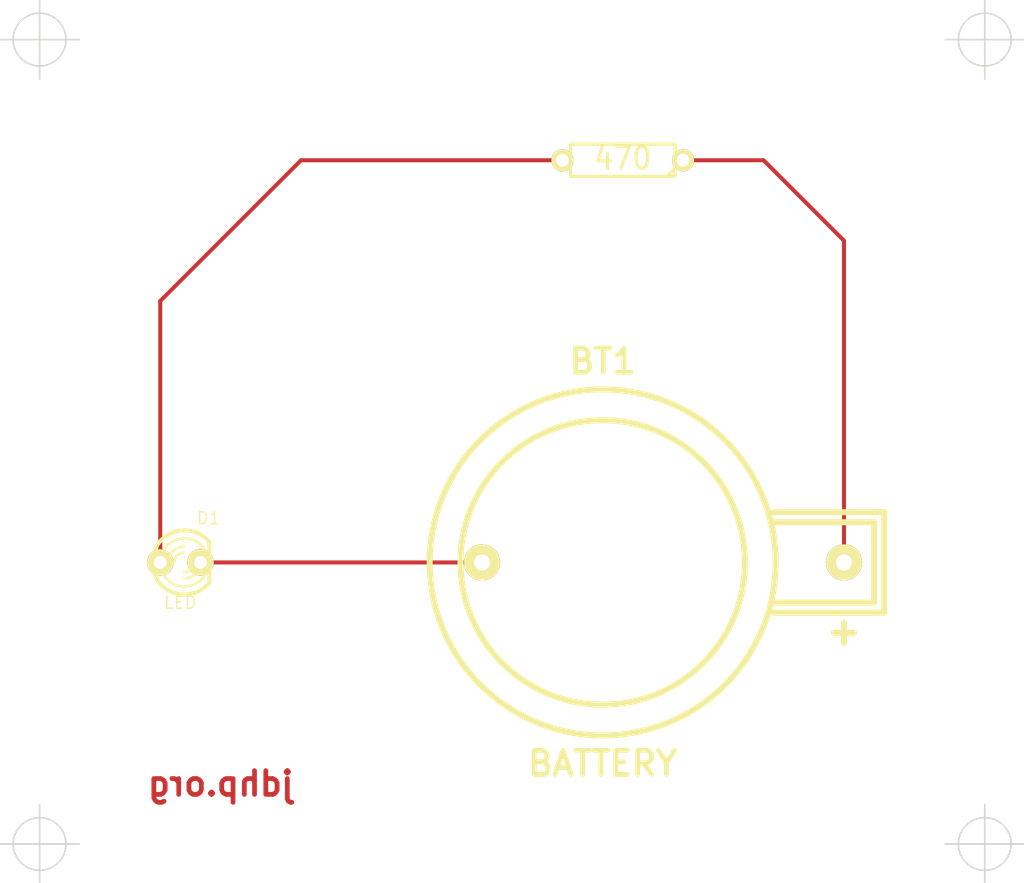
<source format=kicad_pcb>
(kicad_pcb (version 3) (host pcbnew "(22-Jun-2014 BZR 4027)-stable")

  (general
    (links 3)
    (no_connects 0)
    (area 33.06 19.09 97.75 74.89)
    (thickness 1.6)
    (drawings 5)
    (tracks 7)
    (zones 0)
    (modules 3)
    (nets 4)
  )

  (page A3)
  (layers
    (15 F.Cu signal)
    (0 B.Cu signal)
    (16 B.Adhes user)
    (17 F.Adhes user)
    (18 B.Paste user)
    (19 F.Paste user)
    (20 B.SilkS user)
    (21 F.SilkS user)
    (22 B.Mask user)
    (23 F.Mask user)
    (24 Dwgs.User user)
    (25 Cmts.User user)
    (26 Eco1.User user)
    (27 Eco2.User user)
    (28 Edge.Cuts user)
  )

  (setup
    (last_trace_width 0.254)
    (trace_clearance 0.254)
    (zone_clearance 0.508)
    (zone_45_only no)
    (trace_min 0.254)
    (segment_width 0.2)
    (edge_width 0.1)
    (via_size 0.889)
    (via_drill 0.635)
    (via_min_size 0.889)
    (via_min_drill 0.508)
    (uvia_size 0.508)
    (uvia_drill 0.127)
    (uvias_allowed no)
    (uvia_min_size 0.508)
    (uvia_min_drill 0.127)
    (pcb_text_width 0.3)
    (pcb_text_size 1.5 1.5)
    (mod_edge_width 0.15)
    (mod_text_size 1 1)
    (mod_text_width 0.15)
    (pad_size 1.5 1.5)
    (pad_drill 0.6)
    (pad_to_mask_clearance 0)
    (aux_axis_origin 0 0)
    (visible_elements FFFFFFBF)
    (pcbplotparams
      (layerselection 3178497)
      (usegerberextensions false)
      (excludeedgelayer true)
      (linewidth 0.150000)
      (plotframeref false)
      (viasonmask false)
      (mode 1)
      (useauxorigin false)
      (hpglpennumber 1)
      (hpglpenspeed 20)
      (hpglpendiameter 15)
      (hpglpenoverlay 2)
      (psnegative false)
      (psa4output false)
      (plotreference true)
      (plotvalue true)
      (plotothertext true)
      (plotinvisibletext false)
      (padsonsilk false)
      (subtractmaskfromsilk false)
      (outputformat 5)
      (mirror false)
      (drillshape 0)
      (scaleselection 1)
      (outputdirectory ""))
  )

  (net 0 "")
  (net 1 +BATT)
  (net 2 GND)
  (net 3 N-000003)

  (net_class Default "Ceci est la Netclass par défaut"
    (clearance 0.254)
    (trace_width 0.254)
    (via_dia 0.889)
    (via_drill 0.635)
    (uvia_dia 0.508)
    (uvia_drill 0.127)
    (add_net "")
    (add_net +BATT)
    (add_net GND)
    (add_net N-000003)
  )

  (module R3 (layer F.Cu) (tedit 4E4C0E65) (tstamp 542DB94E)
    (at 72.39 29.21 180)
    (descr "Resitance 3 pas")
    (tags R)
    (path /542DAB83)
    (autoplace_cost180 10)
    (fp_text reference R1 (at 0 0.127 180) (layer F.SilkS) hide
      (effects (font (size 1.397 1.27) (thickness 0.2032)))
    )
    (fp_text value 470 (at 0 0.127 180) (layer F.SilkS)
      (effects (font (size 1.397 1.27) (thickness 0.2032)))
    )
    (fp_line (start -3.81 0) (end -3.302 0) (layer F.SilkS) (width 0.2032))
    (fp_line (start 3.81 0) (end 3.302 0) (layer F.SilkS) (width 0.2032))
    (fp_line (start 3.302 0) (end 3.302 -1.016) (layer F.SilkS) (width 0.2032))
    (fp_line (start 3.302 -1.016) (end -3.302 -1.016) (layer F.SilkS) (width 0.2032))
    (fp_line (start -3.302 -1.016) (end -3.302 1.016) (layer F.SilkS) (width 0.2032))
    (fp_line (start -3.302 1.016) (end 3.302 1.016) (layer F.SilkS) (width 0.2032))
    (fp_line (start 3.302 1.016) (end 3.302 0) (layer F.SilkS) (width 0.2032))
    (fp_line (start -3.302 -0.508) (end -2.794 -1.016) (layer F.SilkS) (width 0.2032))
    (pad 1 thru_hole circle (at -3.81 0 180) (size 1.397 1.397) (drill 0.8128)
      (layers *.Cu *.Mask F.SilkS)
      (net 1 +BATT)
    )
    (pad 2 thru_hole circle (at 3.81 0 180) (size 1.397 1.397) (drill 0.8128)
      (layers *.Cu *.Mask F.SilkS)
      (net 3 N-000003)
    )
    (model discret/resistor.wrl
      (at (xyz 0 0 0))
      (scale (xyz 0.3 0.3 0.3))
      (rotate (xyz 0 0 0))
    )
  )

  (module LED-3MM (layer F.Cu) (tedit 50ADE848) (tstamp 542DB8AC)
    (at 44.45 54.61)
    (descr "LED 3mm - Lead pitch 100mil (2,54mm)")
    (tags "LED led 3mm 3MM 100mil 2,54mm")
    (path /542DAB95)
    (fp_text reference D1 (at 1.778 -2.794) (layer F.SilkS)
      (effects (font (size 0.762 0.762) (thickness 0.0889)))
    )
    (fp_text value LED (at 0 2.54) (layer F.SilkS)
      (effects (font (size 0.762 0.762) (thickness 0.0889)))
    )
    (fp_line (start 1.8288 1.27) (end 1.8288 -1.27) (layer F.SilkS) (width 0.254))
    (fp_arc (start 0.254 0) (end -1.27 0) (angle 39.8) (layer F.SilkS) (width 0.1524))
    (fp_arc (start 0.254 0) (end -0.88392 1.01092) (angle 41.6) (layer F.SilkS) (width 0.1524))
    (fp_arc (start 0.254 0) (end 1.4097 -0.9906) (angle 40.6) (layer F.SilkS) (width 0.1524))
    (fp_arc (start 0.254 0) (end 1.778 0) (angle 39.8) (layer F.SilkS) (width 0.1524))
    (fp_arc (start 0.254 0) (end 0.254 -1.524) (angle 54.4) (layer F.SilkS) (width 0.1524))
    (fp_arc (start 0.254 0) (end -0.9652 -0.9144) (angle 53.1) (layer F.SilkS) (width 0.1524))
    (fp_arc (start 0.254 0) (end 1.45542 0.93472) (angle 52.1) (layer F.SilkS) (width 0.1524))
    (fp_arc (start 0.254 0) (end 0.254 1.524) (angle 52.1) (layer F.SilkS) (width 0.1524))
    (fp_arc (start 0.254 0) (end -0.381 0) (angle 90) (layer F.SilkS) (width 0.1524))
    (fp_arc (start 0.254 0) (end -0.762 0) (angle 90) (layer F.SilkS) (width 0.1524))
    (fp_arc (start 0.254 0) (end 0.889 0) (angle 90) (layer F.SilkS) (width 0.1524))
    (fp_arc (start 0.254 0) (end 1.27 0) (angle 90) (layer F.SilkS) (width 0.1524))
    (fp_arc (start 0.254 0) (end 0.254 -2.032) (angle 50.1) (layer F.SilkS) (width 0.254))
    (fp_arc (start 0.254 0) (end -1.5367 -0.95504) (angle 61.9) (layer F.SilkS) (width 0.254))
    (fp_arc (start 0.254 0) (end 1.8034 1.31064) (angle 49.7) (layer F.SilkS) (width 0.254))
    (fp_arc (start 0.254 0) (end 0.254 2.032) (angle 60.2) (layer F.SilkS) (width 0.254))
    (fp_arc (start 0.254 0) (end -1.778 0) (angle 28.3) (layer F.SilkS) (width 0.254))
    (fp_arc (start 0.254 0) (end -1.47574 1.06426) (angle 31.6) (layer F.SilkS) (width 0.254))
    (pad 1 thru_hole circle (at -1.27 0) (size 1.6764 1.6764) (drill 0.8128)
      (layers *.Cu *.Mask F.SilkS)
      (net 3 N-000003)
    )
    (pad 2 thru_hole circle (at 1.27 0) (size 1.6764 1.6764) (drill 0.8128)
      (layers *.Cu *.Mask F.SilkS)
      (net 2 GND)
    )
    (model discret/leds/led3_vertical_verde.wrl
      (at (xyz 0 0 0))
      (scale (xyz 1 1 1))
      (rotate (xyz 0 0 0))
    )
  )

  (module CR2032H (layer F.Cu) (tedit 4C5E6DB1) (tstamp 542DB8BF)
    (at 71.12 54.61)
    (path /542DB03F)
    (fp_text reference BT1 (at 0 -12.7) (layer F.SilkS)
      (effects (font (size 1.524 1.524) (thickness 0.3048)))
    )
    (fp_text value BATTERY (at 0 12.7) (layer F.SilkS)
      (effects (font (size 1.524 1.524) (thickness 0.3048)))
    )
    (fp_line (start 15.24 3.81) (end 15.24 5.08) (layer F.SilkS) (width 0.381))
    (fp_line (start 14.605 4.445) (end 15.875 4.445) (layer F.SilkS) (width 0.381))
    (fp_line (start 10.795 -2.54) (end 17.145 -2.54) (layer F.SilkS) (width 0.381))
    (fp_line (start 17.145 -2.54) (end 17.145 2.54) (layer F.SilkS) (width 0.381))
    (fp_line (start 17.145 2.54) (end 10.795 2.54) (layer F.SilkS) (width 0.381))
    (fp_line (start 17.145 -3.175) (end 17.78 -3.175) (layer F.SilkS) (width 0.381))
    (fp_line (start 17.78 -3.175) (end 17.78 3.175) (layer F.SilkS) (width 0.381))
    (fp_line (start 17.78 3.175) (end 17.145 3.175) (layer F.SilkS) (width 0.381))
    (fp_line (start 15.875 -3.175) (end 17.145 -3.175) (layer F.SilkS) (width 0.381))
    (fp_line (start 17.145 3.175) (end 10.795 3.175) (layer F.SilkS) (width 0.381))
    (fp_line (start 10.795 -3.175) (end 15.875 -3.175) (layer F.SilkS) (width 0.381))
    (fp_circle (center 0 0) (end -1.27 -8.89) (layer F.SilkS) (width 0.381))
    (fp_circle (center 0 0) (end 6.35 8.89) (layer F.SilkS) (width 0.381))
    (pad 2 thru_hole circle (at -7.62 0) (size 2.286 2.286) (drill 1.016)
      (layers *.Cu *.Mask F.SilkS)
      (net 2 GND)
    )
    (pad 1 thru_hole circle (at 15.24 0) (size 2.286 2.286) (drill 1.016)
      (layers *.Cu *.Mask F.SilkS)
      (net 1 +BATT)
    )
  )

  (gr_text jdhp.org (at 46.99 68.58) (layer F.Cu)
    (effects (font (size 1.5 1.5) (thickness 0.3)) (justify mirror))
  )
  (target plus (at 35.56 72.39) (size 5) (width 0.1) (layer Edge.Cuts))
  (target plus (at 95.25 72.39) (size 5) (width 0.1) (layer Edge.Cuts))
  (target plus (at 35.56 21.59) (size 5) (width 0.1) (layer Edge.Cuts))
  (target plus (at 95.25 21.59) (size 5) (width 0.1) (layer Edge.Cuts))

  (segment (start 76.2 29.21) (end 81.28 29.21) (width 0.254) (layer F.Cu) (net 1))
  (segment (start 86.36 34.29) (end 86.36 54.61) (width 0.254) (layer F.Cu) (net 1) (tstamp 542DB954))
  (segment (start 81.28 29.21) (end 86.36 34.29) (width 0.254) (layer F.Cu) (net 1) (tstamp 542DB952))
  (segment (start 45.72 54.61) (end 63.5 54.61) (width 0.254) (layer F.Cu) (net 2))
  (segment (start 68.58 29.21) (end 52.07 29.21) (width 0.254) (layer F.Cu) (net 3))
  (segment (start 43.18 38.1) (end 43.18 54.61) (width 0.254) (layer F.Cu) (net 3) (tstamp 542DB95A))
  (segment (start 52.07 29.21) (end 43.18 38.1) (width 0.254) (layer F.Cu) (net 3) (tstamp 542DB958))

)

</source>
